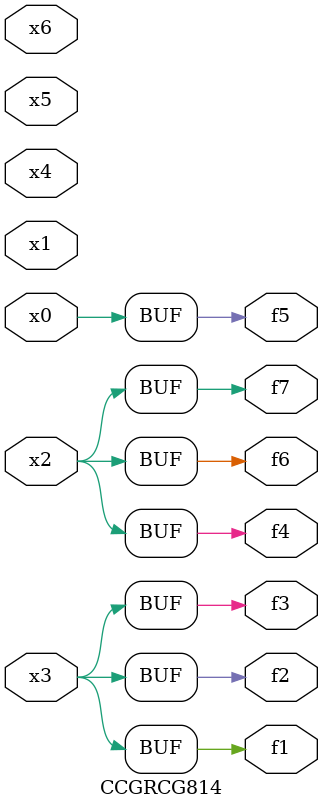
<source format=v>
module CCGRCG814(
	input x0, x1, x2, x3, x4, x5, x6,
	output f1, f2, f3, f4, f5, f6, f7
);
	assign f1 = x3;
	assign f2 = x3;
	assign f3 = x3;
	assign f4 = x2;
	assign f5 = x0;
	assign f6 = x2;
	assign f7 = x2;
endmodule

</source>
